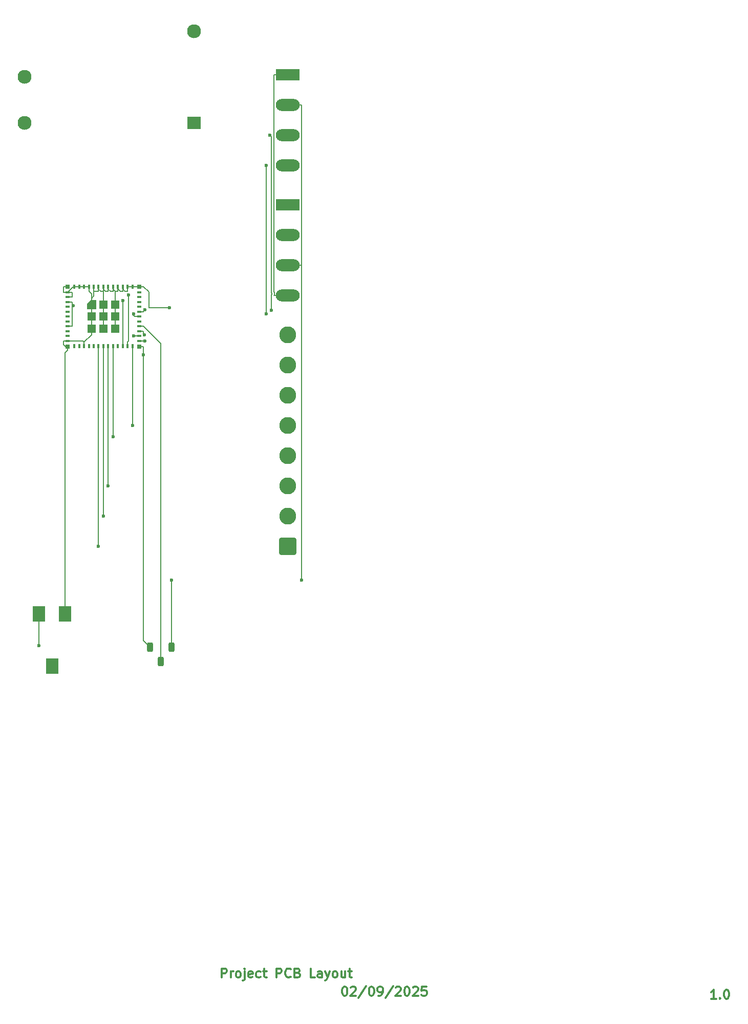
<source format=gbr>
%TF.GenerationSoftware,KiCad,Pcbnew,8.0.8*%
%TF.CreationDate,2025-02-08T14:15:15-05:00*%
%TF.ProjectId,Project_PCB_Subsystem,50726f6a-6563-4745-9f50-43425f537562,rev?*%
%TF.SameCoordinates,Original*%
%TF.FileFunction,Copper,L1,Top*%
%TF.FilePolarity,Positive*%
%FSLAX46Y46*%
G04 Gerber Fmt 4.6, Leading zero omitted, Abs format (unit mm)*
G04 Created by KiCad (PCBNEW 8.0.8) date 2025-02-08 14:15:15*
%MOMM*%
%LPD*%
G01*
G04 APERTURE LIST*
G04 Aperture macros list*
%AMRoundRect*
0 Rectangle with rounded corners*
0 $1 Rounding radius*
0 $2 $3 $4 $5 $6 $7 $8 $9 X,Y pos of 4 corners*
0 Add a 4 corners polygon primitive as box body*
4,1,4,$2,$3,$4,$5,$6,$7,$8,$9,$2,$3,0*
0 Add four circle primitives for the rounded corners*
1,1,$1+$1,$2,$3*
1,1,$1+$1,$4,$5*
1,1,$1+$1,$6,$7*
1,1,$1+$1,$8,$9*
0 Add four rect primitives between the rounded corners*
20,1,$1+$1,$2,$3,$4,$5,0*
20,1,$1+$1,$4,$5,$6,$7,0*
20,1,$1+$1,$6,$7,$8,$9,0*
20,1,$1+$1,$8,$9,$2,$3,0*%
%AMOutline5P*
0 Free polygon, 5 corners , with rotation*
0 The origin of the aperture is its center*
0 number of corners: always 5*
0 $1 to $10 corner X, Y*
0 $11 Rotation angle, in degrees counterclockwise*
0 create outline with 5 corners*
4,1,5,$1,$2,$3,$4,$5,$6,$7,$8,$9,$10,$1,$2,$11*%
%AMOutline6P*
0 Free polygon, 6 corners , with rotation*
0 The origin of the aperture is its center*
0 number of corners: always 6*
0 $1 to $12 corner X, Y*
0 $13 Rotation angle, in degrees counterclockwise*
0 create outline with 6 corners*
4,1,6,$1,$2,$3,$4,$5,$6,$7,$8,$9,$10,$11,$12,$1,$2,$13*%
%AMOutline7P*
0 Free polygon, 7 corners , with rotation*
0 The origin of the aperture is its center*
0 number of corners: always 7*
0 $1 to $14 corner X, Y*
0 $15 Rotation angle, in degrees counterclockwise*
0 create outline with 7 corners*
4,1,7,$1,$2,$3,$4,$5,$6,$7,$8,$9,$10,$11,$12,$13,$14,$1,$2,$15*%
%AMOutline8P*
0 Free polygon, 8 corners , with rotation*
0 The origin of the aperture is its center*
0 number of corners: always 8*
0 $1 to $16 corner X, Y*
0 $17 Rotation angle, in degrees counterclockwise*
0 create outline with 8 corners*
4,1,8,$1,$2,$3,$4,$5,$6,$7,$8,$9,$10,$11,$12,$13,$14,$15,$16,$1,$2,$17*%
G04 Aperture macros list end*
%ADD10C,0.300000*%
%TA.AperFunction,NonConductor*%
%ADD11C,0.300000*%
%TD*%
%TA.AperFunction,SMDPad,CuDef*%
%ADD12R,0.800000X0.400000*%
%TD*%
%TA.AperFunction,SMDPad,CuDef*%
%ADD13R,0.400000X0.800000*%
%TD*%
%TA.AperFunction,HeatsinkPad*%
%ADD14Outline5P,-0.725000X0.130500X-0.130500X0.725000X0.725000X0.725000X0.725000X-0.725000X-0.725000X-0.725000X0.000000*%
%TD*%
%TA.AperFunction,HeatsinkPad*%
%ADD15R,1.450000X1.450000*%
%TD*%
%TA.AperFunction,SMDPad,CuDef*%
%ADD16R,0.700000X0.700000*%
%TD*%
%TA.AperFunction,SMDPad,CuDef*%
%ADD17R,2.000000X2.500000*%
%TD*%
%TA.AperFunction,SMDPad,CuDef*%
%ADD18RoundRect,0.250000X0.250000X0.550000X-0.250000X0.550000X-0.250000X-0.550000X0.250000X-0.550000X0*%
%TD*%
%TA.AperFunction,ComponentPad*%
%ADD19RoundRect,0.250001X1.149999X-1.149999X1.149999X1.149999X-1.149999X1.149999X-1.149999X-1.149999X0*%
%TD*%
%TA.AperFunction,ComponentPad*%
%ADD20C,2.800000*%
%TD*%
%TA.AperFunction,ComponentPad*%
%ADD21R,3.960000X1.980000*%
%TD*%
%TA.AperFunction,ComponentPad*%
%ADD22O,3.960000X1.980000*%
%TD*%
%TA.AperFunction,ComponentPad*%
%ADD23R,2.300000X2.000000*%
%TD*%
%TA.AperFunction,ComponentPad*%
%ADD24C,2.300000*%
%TD*%
%TA.AperFunction,ViaPad*%
%ADD25C,0.600000*%
%TD*%
%TA.AperFunction,Conductor*%
%ADD26C,0.200000*%
%TD*%
G04 APERTURE END LIST*
D10*
D11*
X188054510Y-190300828D02*
X188054510Y-188800828D01*
X188054510Y-188800828D02*
X188625939Y-188800828D01*
X188625939Y-188800828D02*
X188768796Y-188872257D01*
X188768796Y-188872257D02*
X188840225Y-188943685D01*
X188840225Y-188943685D02*
X188911653Y-189086542D01*
X188911653Y-189086542D02*
X188911653Y-189300828D01*
X188911653Y-189300828D02*
X188840225Y-189443685D01*
X188840225Y-189443685D02*
X188768796Y-189515114D01*
X188768796Y-189515114D02*
X188625939Y-189586542D01*
X188625939Y-189586542D02*
X188054510Y-189586542D01*
X189554510Y-190300828D02*
X189554510Y-189300828D01*
X189554510Y-189586542D02*
X189625939Y-189443685D01*
X189625939Y-189443685D02*
X189697368Y-189372257D01*
X189697368Y-189372257D02*
X189840225Y-189300828D01*
X189840225Y-189300828D02*
X189983082Y-189300828D01*
X190697367Y-190300828D02*
X190554510Y-190229400D01*
X190554510Y-190229400D02*
X190483081Y-190157971D01*
X190483081Y-190157971D02*
X190411653Y-190015114D01*
X190411653Y-190015114D02*
X190411653Y-189586542D01*
X190411653Y-189586542D02*
X190483081Y-189443685D01*
X190483081Y-189443685D02*
X190554510Y-189372257D01*
X190554510Y-189372257D02*
X190697367Y-189300828D01*
X190697367Y-189300828D02*
X190911653Y-189300828D01*
X190911653Y-189300828D02*
X191054510Y-189372257D01*
X191054510Y-189372257D02*
X191125939Y-189443685D01*
X191125939Y-189443685D02*
X191197367Y-189586542D01*
X191197367Y-189586542D02*
X191197367Y-190015114D01*
X191197367Y-190015114D02*
X191125939Y-190157971D01*
X191125939Y-190157971D02*
X191054510Y-190229400D01*
X191054510Y-190229400D02*
X190911653Y-190300828D01*
X190911653Y-190300828D02*
X190697367Y-190300828D01*
X191840224Y-189300828D02*
X191840224Y-190586542D01*
X191840224Y-190586542D02*
X191768796Y-190729400D01*
X191768796Y-190729400D02*
X191625939Y-190800828D01*
X191625939Y-190800828D02*
X191554510Y-190800828D01*
X191840224Y-188800828D02*
X191768796Y-188872257D01*
X191768796Y-188872257D02*
X191840224Y-188943685D01*
X191840224Y-188943685D02*
X191911653Y-188872257D01*
X191911653Y-188872257D02*
X191840224Y-188800828D01*
X191840224Y-188800828D02*
X191840224Y-188943685D01*
X193125939Y-190229400D02*
X192983082Y-190300828D01*
X192983082Y-190300828D02*
X192697368Y-190300828D01*
X192697368Y-190300828D02*
X192554510Y-190229400D01*
X192554510Y-190229400D02*
X192483082Y-190086542D01*
X192483082Y-190086542D02*
X192483082Y-189515114D01*
X192483082Y-189515114D02*
X192554510Y-189372257D01*
X192554510Y-189372257D02*
X192697368Y-189300828D01*
X192697368Y-189300828D02*
X192983082Y-189300828D01*
X192983082Y-189300828D02*
X193125939Y-189372257D01*
X193125939Y-189372257D02*
X193197368Y-189515114D01*
X193197368Y-189515114D02*
X193197368Y-189657971D01*
X193197368Y-189657971D02*
X192483082Y-189800828D01*
X194483082Y-190229400D02*
X194340224Y-190300828D01*
X194340224Y-190300828D02*
X194054510Y-190300828D01*
X194054510Y-190300828D02*
X193911653Y-190229400D01*
X193911653Y-190229400D02*
X193840224Y-190157971D01*
X193840224Y-190157971D02*
X193768796Y-190015114D01*
X193768796Y-190015114D02*
X193768796Y-189586542D01*
X193768796Y-189586542D02*
X193840224Y-189443685D01*
X193840224Y-189443685D02*
X193911653Y-189372257D01*
X193911653Y-189372257D02*
X194054510Y-189300828D01*
X194054510Y-189300828D02*
X194340224Y-189300828D01*
X194340224Y-189300828D02*
X194483082Y-189372257D01*
X194911653Y-189300828D02*
X195483081Y-189300828D01*
X195125938Y-188800828D02*
X195125938Y-190086542D01*
X195125938Y-190086542D02*
X195197367Y-190229400D01*
X195197367Y-190229400D02*
X195340224Y-190300828D01*
X195340224Y-190300828D02*
X195483081Y-190300828D01*
X197125938Y-190300828D02*
X197125938Y-188800828D01*
X197125938Y-188800828D02*
X197697367Y-188800828D01*
X197697367Y-188800828D02*
X197840224Y-188872257D01*
X197840224Y-188872257D02*
X197911653Y-188943685D01*
X197911653Y-188943685D02*
X197983081Y-189086542D01*
X197983081Y-189086542D02*
X197983081Y-189300828D01*
X197983081Y-189300828D02*
X197911653Y-189443685D01*
X197911653Y-189443685D02*
X197840224Y-189515114D01*
X197840224Y-189515114D02*
X197697367Y-189586542D01*
X197697367Y-189586542D02*
X197125938Y-189586542D01*
X199483081Y-190157971D02*
X199411653Y-190229400D01*
X199411653Y-190229400D02*
X199197367Y-190300828D01*
X199197367Y-190300828D02*
X199054510Y-190300828D01*
X199054510Y-190300828D02*
X198840224Y-190229400D01*
X198840224Y-190229400D02*
X198697367Y-190086542D01*
X198697367Y-190086542D02*
X198625938Y-189943685D01*
X198625938Y-189943685D02*
X198554510Y-189657971D01*
X198554510Y-189657971D02*
X198554510Y-189443685D01*
X198554510Y-189443685D02*
X198625938Y-189157971D01*
X198625938Y-189157971D02*
X198697367Y-189015114D01*
X198697367Y-189015114D02*
X198840224Y-188872257D01*
X198840224Y-188872257D02*
X199054510Y-188800828D01*
X199054510Y-188800828D02*
X199197367Y-188800828D01*
X199197367Y-188800828D02*
X199411653Y-188872257D01*
X199411653Y-188872257D02*
X199483081Y-188943685D01*
X200625938Y-189515114D02*
X200840224Y-189586542D01*
X200840224Y-189586542D02*
X200911653Y-189657971D01*
X200911653Y-189657971D02*
X200983081Y-189800828D01*
X200983081Y-189800828D02*
X200983081Y-190015114D01*
X200983081Y-190015114D02*
X200911653Y-190157971D01*
X200911653Y-190157971D02*
X200840224Y-190229400D01*
X200840224Y-190229400D02*
X200697367Y-190300828D01*
X200697367Y-190300828D02*
X200125938Y-190300828D01*
X200125938Y-190300828D02*
X200125938Y-188800828D01*
X200125938Y-188800828D02*
X200625938Y-188800828D01*
X200625938Y-188800828D02*
X200768796Y-188872257D01*
X200768796Y-188872257D02*
X200840224Y-188943685D01*
X200840224Y-188943685D02*
X200911653Y-189086542D01*
X200911653Y-189086542D02*
X200911653Y-189229400D01*
X200911653Y-189229400D02*
X200840224Y-189372257D01*
X200840224Y-189372257D02*
X200768796Y-189443685D01*
X200768796Y-189443685D02*
X200625938Y-189515114D01*
X200625938Y-189515114D02*
X200125938Y-189515114D01*
X203483081Y-190300828D02*
X202768795Y-190300828D01*
X202768795Y-190300828D02*
X202768795Y-188800828D01*
X204625939Y-190300828D02*
X204625939Y-189515114D01*
X204625939Y-189515114D02*
X204554510Y-189372257D01*
X204554510Y-189372257D02*
X204411653Y-189300828D01*
X204411653Y-189300828D02*
X204125939Y-189300828D01*
X204125939Y-189300828D02*
X203983081Y-189372257D01*
X204625939Y-190229400D02*
X204483081Y-190300828D01*
X204483081Y-190300828D02*
X204125939Y-190300828D01*
X204125939Y-190300828D02*
X203983081Y-190229400D01*
X203983081Y-190229400D02*
X203911653Y-190086542D01*
X203911653Y-190086542D02*
X203911653Y-189943685D01*
X203911653Y-189943685D02*
X203983081Y-189800828D01*
X203983081Y-189800828D02*
X204125939Y-189729400D01*
X204125939Y-189729400D02*
X204483081Y-189729400D01*
X204483081Y-189729400D02*
X204625939Y-189657971D01*
X205197367Y-189300828D02*
X205554510Y-190300828D01*
X205911653Y-189300828D02*
X205554510Y-190300828D01*
X205554510Y-190300828D02*
X205411653Y-190657971D01*
X205411653Y-190657971D02*
X205340224Y-190729400D01*
X205340224Y-190729400D02*
X205197367Y-190800828D01*
X206697367Y-190300828D02*
X206554510Y-190229400D01*
X206554510Y-190229400D02*
X206483081Y-190157971D01*
X206483081Y-190157971D02*
X206411653Y-190015114D01*
X206411653Y-190015114D02*
X206411653Y-189586542D01*
X206411653Y-189586542D02*
X206483081Y-189443685D01*
X206483081Y-189443685D02*
X206554510Y-189372257D01*
X206554510Y-189372257D02*
X206697367Y-189300828D01*
X206697367Y-189300828D02*
X206911653Y-189300828D01*
X206911653Y-189300828D02*
X207054510Y-189372257D01*
X207054510Y-189372257D02*
X207125939Y-189443685D01*
X207125939Y-189443685D02*
X207197367Y-189586542D01*
X207197367Y-189586542D02*
X207197367Y-190015114D01*
X207197367Y-190015114D02*
X207125939Y-190157971D01*
X207125939Y-190157971D02*
X207054510Y-190229400D01*
X207054510Y-190229400D02*
X206911653Y-190300828D01*
X206911653Y-190300828D02*
X206697367Y-190300828D01*
X208483082Y-189300828D02*
X208483082Y-190300828D01*
X207840224Y-189300828D02*
X207840224Y-190086542D01*
X207840224Y-190086542D02*
X207911653Y-190229400D01*
X207911653Y-190229400D02*
X208054510Y-190300828D01*
X208054510Y-190300828D02*
X208268796Y-190300828D01*
X208268796Y-190300828D02*
X208411653Y-190229400D01*
X208411653Y-190229400D02*
X208483082Y-190157971D01*
X208983082Y-189300828D02*
X209554510Y-189300828D01*
X209197367Y-188800828D02*
X209197367Y-190086542D01*
X209197367Y-190086542D02*
X209268796Y-190229400D01*
X209268796Y-190229400D02*
X209411653Y-190300828D01*
X209411653Y-190300828D02*
X209554510Y-190300828D01*
D10*
D11*
X269840225Y-193800828D02*
X268983082Y-193800828D01*
X269411653Y-193800828D02*
X269411653Y-192300828D01*
X269411653Y-192300828D02*
X269268796Y-192515114D01*
X269268796Y-192515114D02*
X269125939Y-192657971D01*
X269125939Y-192657971D02*
X268983082Y-192729400D01*
X270483081Y-193657971D02*
X270554510Y-193729400D01*
X270554510Y-193729400D02*
X270483081Y-193800828D01*
X270483081Y-193800828D02*
X270411653Y-193729400D01*
X270411653Y-193729400D02*
X270483081Y-193657971D01*
X270483081Y-193657971D02*
X270483081Y-193800828D01*
X271483082Y-192300828D02*
X271625939Y-192300828D01*
X271625939Y-192300828D02*
X271768796Y-192372257D01*
X271768796Y-192372257D02*
X271840225Y-192443685D01*
X271840225Y-192443685D02*
X271911653Y-192586542D01*
X271911653Y-192586542D02*
X271983082Y-192872257D01*
X271983082Y-192872257D02*
X271983082Y-193229400D01*
X271983082Y-193229400D02*
X271911653Y-193515114D01*
X271911653Y-193515114D02*
X271840225Y-193657971D01*
X271840225Y-193657971D02*
X271768796Y-193729400D01*
X271768796Y-193729400D02*
X271625939Y-193800828D01*
X271625939Y-193800828D02*
X271483082Y-193800828D01*
X271483082Y-193800828D02*
X271340225Y-193729400D01*
X271340225Y-193729400D02*
X271268796Y-193657971D01*
X271268796Y-193657971D02*
X271197367Y-193515114D01*
X271197367Y-193515114D02*
X271125939Y-193229400D01*
X271125939Y-193229400D02*
X271125939Y-192872257D01*
X271125939Y-192872257D02*
X271197367Y-192586542D01*
X271197367Y-192586542D02*
X271268796Y-192443685D01*
X271268796Y-192443685D02*
X271340225Y-192372257D01*
X271340225Y-192372257D02*
X271483082Y-192300828D01*
D10*
D11*
X208340225Y-191800828D02*
X208483082Y-191800828D01*
X208483082Y-191800828D02*
X208625939Y-191872257D01*
X208625939Y-191872257D02*
X208697368Y-191943685D01*
X208697368Y-191943685D02*
X208768796Y-192086542D01*
X208768796Y-192086542D02*
X208840225Y-192372257D01*
X208840225Y-192372257D02*
X208840225Y-192729400D01*
X208840225Y-192729400D02*
X208768796Y-193015114D01*
X208768796Y-193015114D02*
X208697368Y-193157971D01*
X208697368Y-193157971D02*
X208625939Y-193229400D01*
X208625939Y-193229400D02*
X208483082Y-193300828D01*
X208483082Y-193300828D02*
X208340225Y-193300828D01*
X208340225Y-193300828D02*
X208197368Y-193229400D01*
X208197368Y-193229400D02*
X208125939Y-193157971D01*
X208125939Y-193157971D02*
X208054510Y-193015114D01*
X208054510Y-193015114D02*
X207983082Y-192729400D01*
X207983082Y-192729400D02*
X207983082Y-192372257D01*
X207983082Y-192372257D02*
X208054510Y-192086542D01*
X208054510Y-192086542D02*
X208125939Y-191943685D01*
X208125939Y-191943685D02*
X208197368Y-191872257D01*
X208197368Y-191872257D02*
X208340225Y-191800828D01*
X209411653Y-191943685D02*
X209483081Y-191872257D01*
X209483081Y-191872257D02*
X209625939Y-191800828D01*
X209625939Y-191800828D02*
X209983081Y-191800828D01*
X209983081Y-191800828D02*
X210125939Y-191872257D01*
X210125939Y-191872257D02*
X210197367Y-191943685D01*
X210197367Y-191943685D02*
X210268796Y-192086542D01*
X210268796Y-192086542D02*
X210268796Y-192229400D01*
X210268796Y-192229400D02*
X210197367Y-192443685D01*
X210197367Y-192443685D02*
X209340224Y-193300828D01*
X209340224Y-193300828D02*
X210268796Y-193300828D01*
X211983081Y-191729400D02*
X210697367Y-193657971D01*
X212768796Y-191800828D02*
X212911653Y-191800828D01*
X212911653Y-191800828D02*
X213054510Y-191872257D01*
X213054510Y-191872257D02*
X213125939Y-191943685D01*
X213125939Y-191943685D02*
X213197367Y-192086542D01*
X213197367Y-192086542D02*
X213268796Y-192372257D01*
X213268796Y-192372257D02*
X213268796Y-192729400D01*
X213268796Y-192729400D02*
X213197367Y-193015114D01*
X213197367Y-193015114D02*
X213125939Y-193157971D01*
X213125939Y-193157971D02*
X213054510Y-193229400D01*
X213054510Y-193229400D02*
X212911653Y-193300828D01*
X212911653Y-193300828D02*
X212768796Y-193300828D01*
X212768796Y-193300828D02*
X212625939Y-193229400D01*
X212625939Y-193229400D02*
X212554510Y-193157971D01*
X212554510Y-193157971D02*
X212483081Y-193015114D01*
X212483081Y-193015114D02*
X212411653Y-192729400D01*
X212411653Y-192729400D02*
X212411653Y-192372257D01*
X212411653Y-192372257D02*
X212483081Y-192086542D01*
X212483081Y-192086542D02*
X212554510Y-191943685D01*
X212554510Y-191943685D02*
X212625939Y-191872257D01*
X212625939Y-191872257D02*
X212768796Y-191800828D01*
X213983081Y-193300828D02*
X214268795Y-193300828D01*
X214268795Y-193300828D02*
X214411652Y-193229400D01*
X214411652Y-193229400D02*
X214483081Y-193157971D01*
X214483081Y-193157971D02*
X214625938Y-192943685D01*
X214625938Y-192943685D02*
X214697367Y-192657971D01*
X214697367Y-192657971D02*
X214697367Y-192086542D01*
X214697367Y-192086542D02*
X214625938Y-191943685D01*
X214625938Y-191943685D02*
X214554510Y-191872257D01*
X214554510Y-191872257D02*
X214411652Y-191800828D01*
X214411652Y-191800828D02*
X214125938Y-191800828D01*
X214125938Y-191800828D02*
X213983081Y-191872257D01*
X213983081Y-191872257D02*
X213911652Y-191943685D01*
X213911652Y-191943685D02*
X213840224Y-192086542D01*
X213840224Y-192086542D02*
X213840224Y-192443685D01*
X213840224Y-192443685D02*
X213911652Y-192586542D01*
X213911652Y-192586542D02*
X213983081Y-192657971D01*
X213983081Y-192657971D02*
X214125938Y-192729400D01*
X214125938Y-192729400D02*
X214411652Y-192729400D01*
X214411652Y-192729400D02*
X214554510Y-192657971D01*
X214554510Y-192657971D02*
X214625938Y-192586542D01*
X214625938Y-192586542D02*
X214697367Y-192443685D01*
X216411652Y-191729400D02*
X215125938Y-193657971D01*
X216840224Y-191943685D02*
X216911652Y-191872257D01*
X216911652Y-191872257D02*
X217054510Y-191800828D01*
X217054510Y-191800828D02*
X217411652Y-191800828D01*
X217411652Y-191800828D02*
X217554510Y-191872257D01*
X217554510Y-191872257D02*
X217625938Y-191943685D01*
X217625938Y-191943685D02*
X217697367Y-192086542D01*
X217697367Y-192086542D02*
X217697367Y-192229400D01*
X217697367Y-192229400D02*
X217625938Y-192443685D01*
X217625938Y-192443685D02*
X216768795Y-193300828D01*
X216768795Y-193300828D02*
X217697367Y-193300828D01*
X218625938Y-191800828D02*
X218768795Y-191800828D01*
X218768795Y-191800828D02*
X218911652Y-191872257D01*
X218911652Y-191872257D02*
X218983081Y-191943685D01*
X218983081Y-191943685D02*
X219054509Y-192086542D01*
X219054509Y-192086542D02*
X219125938Y-192372257D01*
X219125938Y-192372257D02*
X219125938Y-192729400D01*
X219125938Y-192729400D02*
X219054509Y-193015114D01*
X219054509Y-193015114D02*
X218983081Y-193157971D01*
X218983081Y-193157971D02*
X218911652Y-193229400D01*
X218911652Y-193229400D02*
X218768795Y-193300828D01*
X218768795Y-193300828D02*
X218625938Y-193300828D01*
X218625938Y-193300828D02*
X218483081Y-193229400D01*
X218483081Y-193229400D02*
X218411652Y-193157971D01*
X218411652Y-193157971D02*
X218340223Y-193015114D01*
X218340223Y-193015114D02*
X218268795Y-192729400D01*
X218268795Y-192729400D02*
X218268795Y-192372257D01*
X218268795Y-192372257D02*
X218340223Y-192086542D01*
X218340223Y-192086542D02*
X218411652Y-191943685D01*
X218411652Y-191943685D02*
X218483081Y-191872257D01*
X218483081Y-191872257D02*
X218625938Y-191800828D01*
X219697366Y-191943685D02*
X219768794Y-191872257D01*
X219768794Y-191872257D02*
X219911652Y-191800828D01*
X219911652Y-191800828D02*
X220268794Y-191800828D01*
X220268794Y-191800828D02*
X220411652Y-191872257D01*
X220411652Y-191872257D02*
X220483080Y-191943685D01*
X220483080Y-191943685D02*
X220554509Y-192086542D01*
X220554509Y-192086542D02*
X220554509Y-192229400D01*
X220554509Y-192229400D02*
X220483080Y-192443685D01*
X220483080Y-192443685D02*
X219625937Y-193300828D01*
X219625937Y-193300828D02*
X220554509Y-193300828D01*
X221911651Y-191800828D02*
X221197365Y-191800828D01*
X221197365Y-191800828D02*
X221125937Y-192515114D01*
X221125937Y-192515114D02*
X221197365Y-192443685D01*
X221197365Y-192443685D02*
X221340223Y-192372257D01*
X221340223Y-192372257D02*
X221697365Y-192372257D01*
X221697365Y-192372257D02*
X221840223Y-192443685D01*
X221840223Y-192443685D02*
X221911651Y-192515114D01*
X221911651Y-192515114D02*
X221983080Y-192657971D01*
X221983080Y-192657971D02*
X221983080Y-193015114D01*
X221983080Y-193015114D02*
X221911651Y-193157971D01*
X221911651Y-193157971D02*
X221840223Y-193229400D01*
X221840223Y-193229400D02*
X221697365Y-193300828D01*
X221697365Y-193300828D02*
X221340223Y-193300828D01*
X221340223Y-193300828D02*
X221197365Y-193229400D01*
X221197365Y-193229400D02*
X221125937Y-193157971D01*
D12*
%TO.P,U1,1,GND*%
%TO.N,GND*%
X162600000Y-77000000D03*
%TO.P,U1,2,GND*%
X162600000Y-77800000D03*
%TO.P,U1,3,3V3*%
%TO.N,VCC*%
X162600000Y-78600000D03*
%TO.P,U1,4,NC*%
%TO.N,unconnected-(U1-NC-Pad4)*%
X162600000Y-79400000D03*
%TO.P,U1,5,IO2*%
%TO.N,unconnected-(U1-IO2-Pad5)*%
X162600000Y-80200000D03*
%TO.P,U1,6,IO3*%
%TO.N,unconnected-(U1-IO3-Pad6)*%
X162600000Y-81000000D03*
%TO.P,U1,7,NC*%
%TO.N,unconnected-(U1-NC-Pad7)*%
X162600000Y-81800000D03*
%TO.P,U1,8,EN*%
%TO.N,VCC*%
X162600000Y-82600000D03*
%TO.P,U1,9,IO4*%
%TO.N,unconnected-(U1-IO4-Pad9)*%
X162600000Y-83400000D03*
%TO.P,U1,10,IO5*%
%TO.N,unconnected-(U1-IO5-Pad10)*%
X162600000Y-84200000D03*
%TO.P,U1,11,GND*%
%TO.N,GND*%
X162600000Y-85000000D03*
D13*
%TO.P,U1,12,IO0*%
%TO.N,Net-(MS1-PWM)*%
X163700000Y-85900000D03*
%TO.P,U1,13,IO1*%
%TO.N,Net-(MS2-PWM)*%
X164500000Y-85900000D03*
%TO.P,U1,14,GND*%
%TO.N,GND*%
X165300000Y-85900000D03*
%TO.P,U1,15,IO6*%
%TO.N,unconnected-(U1-IO6-Pad15)*%
X166100000Y-85900000D03*
%TO.P,U1,16,IO7*%
%TO.N,unconnected-(U1-IO7-Pad16)*%
X166900000Y-85900000D03*
%TO.P,U1,17,IO12*%
%TO.N,Net-(KS1-Pin_1)*%
X167700000Y-85900000D03*
%TO.P,U1,18,IO13*%
%TO.N,Net-(KS1-Pin_2)*%
X168500000Y-85900000D03*
%TO.P,U1,19,IO14*%
%TO.N,Net-(KS1-Pin_3)*%
X169300000Y-85900000D03*
%TO.P,U1,20,IO15*%
%TO.N,Net-(KS1-Pin_4)*%
X170100000Y-85900000D03*
%TO.P,U1,21,NC*%
%TO.N,unconnected-(U1-NC-Pad21)*%
X170900000Y-85900000D03*
%TO.P,U1,22,IO8*%
%TO.N,Net-(U1-IO8)*%
X171700000Y-85900000D03*
%TO.P,U1,23,IO9*%
%TO.N,Net-(U1-IO9)*%
X172500000Y-85900000D03*
%TO.P,U1,24,IO18*%
%TO.N,Net-(KS1-Pin_5)*%
X173300000Y-85900000D03*
D12*
%TO.P,U1,25,IO19*%
%TO.N,Net-(KS1-Pin_6)*%
X174400000Y-85000000D03*
%TO.P,U1,26,IO20*%
%TO.N,Net-(KS1-Pin_7)*%
X174400000Y-84200000D03*
%TO.P,U1,27,IO21*%
%TO.N,Net-(KS1-Pin_8)*%
X174400000Y-83400000D03*
%TO.P,U1,28,IO22*%
%TO.N,Net-(B1-B)*%
X174400000Y-82600000D03*
%TO.P,U1,29,IO23*%
%TO.N,unconnected-(U1-IO23-Pad29)*%
X174400000Y-81800000D03*
%TO.P,U1,30,RXD0*%
%TO.N,Net-(LS1-Pin_4)*%
X174400000Y-81000000D03*
%TO.P,U1,31,TXD0*%
%TO.N,Net-(LS1-Pin_3)*%
X174400000Y-80200000D03*
%TO.P,U1,32,NC*%
%TO.N,unconnected-(U1-NC-Pad32)*%
X174400000Y-79400000D03*
%TO.P,U1,33,NC*%
%TO.N,unconnected-(U1-NC-Pad33)*%
X174400000Y-78600000D03*
%TO.P,U1,34,NC*%
%TO.N,unconnected-(U1-NC-Pad34)*%
X174400000Y-77800000D03*
%TO.P,U1,35,NC*%
%TO.N,unconnected-(U1-NC-Pad35)*%
X174400000Y-77000000D03*
D13*
%TO.P,U1,36,GND*%
%TO.N,GND*%
X173300000Y-76100000D03*
%TO.P,U1,37,GND*%
X172500000Y-76100000D03*
%TO.P,U1,38,GND*%
X171700000Y-76100000D03*
%TO.P,U1,39,GND*%
X170900000Y-76100000D03*
%TO.P,U1,40,GND*%
X170100000Y-76100000D03*
%TO.P,U1,41,GND*%
X169300000Y-76100000D03*
%TO.P,U1,42,GND*%
X168500000Y-76100000D03*
%TO.P,U1,43,GND*%
X167700000Y-76100000D03*
%TO.P,U1,44,GND*%
X166900000Y-76100000D03*
%TO.P,U1,45,GND*%
X166100000Y-76100000D03*
%TO.P,U1,46,GND*%
X165300000Y-76100000D03*
%TO.P,U1,47,GND*%
X164500000Y-76100000D03*
%TO.P,U1,48,GND*%
X163700000Y-76100000D03*
D14*
%TO.P,U1,49,GND*%
X166525000Y-79025000D03*
D15*
X166525000Y-81000000D03*
X166525000Y-82975000D03*
X168500000Y-79025000D03*
X168500000Y-81000000D03*
X168500000Y-82975000D03*
X170475000Y-79025000D03*
X170475000Y-81000000D03*
X170475000Y-82975000D03*
D16*
%TO.P,U1,50,GND*%
X174450000Y-76050000D03*
%TO.P,U1,51,GND*%
X174450000Y-85950000D03*
%TO.P,U1,52,GND*%
X162550000Y-85950000D03*
%TO.P,U1,53,GND*%
X162550000Y-76050000D03*
%TD*%
D17*
%TO.P,RV1,1,1*%
%TO.N,Net-(RV1-Pad1)*%
X157850000Y-130175000D03*
%TO.P,RV1,2,2*%
%TO.N,unconnected-(RV1-Pad2)*%
X160000000Y-138825000D03*
%TO.P,RV1,3,3*%
%TO.N,GND*%
X162150000Y-130175000D03*
%TD*%
D18*
%TO.P,B1,1,C*%
%TO.N,VCC*%
X179750000Y-135700000D03*
%TO.P,B1,2,B*%
%TO.N,Net-(B1-B)*%
X178000000Y-138000000D03*
%TO.P,B1,3,A*%
%TO.N,GND*%
X176250000Y-135700000D03*
%TD*%
D19*
%TO.P,KS1,1,Pin_1*%
%TO.N,Net-(KS1-Pin_1)*%
X199000000Y-119000000D03*
D20*
%TO.P,KS1,2,Pin_2*%
%TO.N,Net-(KS1-Pin_2)*%
X199000000Y-114000000D03*
%TO.P,KS1,3,Pin_3*%
%TO.N,Net-(KS1-Pin_3)*%
X199000000Y-109000000D03*
%TO.P,KS1,4,Pin_4*%
%TO.N,Net-(KS1-Pin_4)*%
X199000000Y-104000000D03*
%TO.P,KS1,5,Pin_5*%
%TO.N,Net-(KS1-Pin_5)*%
X199000000Y-99000000D03*
%TO.P,KS1,6,Pin_6*%
%TO.N,Net-(KS1-Pin_6)*%
X199000000Y-94000000D03*
%TO.P,KS1,7,Pin_7*%
%TO.N,Net-(KS1-Pin_7)*%
X199000000Y-89000000D03*
%TO.P,KS1,8,Pin_8*%
%TO.N,Net-(KS1-Pin_8)*%
X199000000Y-84000000D03*
%TD*%
D21*
%TO.P,LS1,1,Pin_1*%
%TO.N,GND*%
X199000000Y-41000000D03*
D22*
%TO.P,LS1,2,Pin_2*%
%TO.N,VCC*%
X199000000Y-46000000D03*
%TO.P,LS1,3,Pin_3*%
%TO.N,Net-(LS1-Pin_3)*%
X199000000Y-51000000D03*
%TO.P,LS1,4,Pin_4*%
%TO.N,Net-(LS1-Pin_4)*%
X199000000Y-56000000D03*
%TD*%
D23*
%TO.P,PS1,1,AC/N*%
%TO.N,GND*%
X183500000Y-48982500D03*
D24*
%TO.P,PS1,2,AC/L*%
%TO.N,AC*%
X183500000Y-33782500D03*
%TO.P,PS1,3,-Vo*%
%TO.N,GND*%
X155500000Y-48982500D03*
%TO.P,PS1,4,+Vo*%
%TO.N,VCC*%
X155500000Y-41382500D03*
%TD*%
D21*
%TO.P,US1,1,Pin_1*%
%TO.N,Net-(U1-IO9)*%
X199000000Y-62500000D03*
D22*
%TO.P,US1,2,Pin_2*%
%TO.N,Net-(U1-IO8)*%
X199000000Y-67500000D03*
%TO.P,US1,3,Pin_3*%
%TO.N,VCC*%
X199000000Y-72500000D03*
%TO.P,US1,4,Pin_4*%
%TO.N,GND*%
X199000000Y-77500000D03*
%TD*%
D25*
%TO.N,GND*%
X175101700Y-87302600D03*
X179407900Y-79540500D03*
%TO.N,VCC*%
X201281700Y-124600000D03*
X179750000Y-124600000D03*
X163512700Y-79182200D03*
%TO.N,Net-(KS1-Pin_1)*%
X167700000Y-119000000D03*
%TO.N,Net-(KS1-Pin_8)*%
X175306200Y-84000000D03*
%TO.N,Net-(KS1-Pin_3)*%
X169300000Y-109000000D03*
%TO.N,Net-(KS1-Pin_4)*%
X170100000Y-100860600D03*
%TO.N,Net-(KS1-Pin_5)*%
X173300000Y-99000000D03*
%TO.N,Net-(KS1-Pin_6)*%
X175339100Y-85066400D03*
%TO.N,Net-(KS1-Pin_2)*%
X168500000Y-114000000D03*
%TO.N,Net-(KS1-Pin_7)*%
X173495400Y-84220600D03*
%TO.N,Net-(LS1-Pin_4)*%
X195437300Y-80543900D03*
X195437300Y-56000000D03*
X173484300Y-80543900D03*
%TO.N,Net-(LS1-Pin_3)*%
X196038700Y-51000000D03*
X196316600Y-79942200D03*
X175327100Y-79898100D03*
%TO.N,Net-(RV1-Pad1)*%
X157850000Y-135400000D03*
%TO.N,Net-(U1-IO9)*%
X172650000Y-77429800D03*
%TO.N,Net-(U1-IO8)*%
X171741100Y-78378800D03*
%TD*%
D26*
%TO.N,GND*%
X166100000Y-76801700D02*
X166525000Y-77226700D01*
X167700000Y-76450800D02*
X167700000Y-76801700D01*
X170475000Y-76825800D02*
X170475000Y-79025000D01*
X161898300Y-85624100D02*
X161898300Y-85000000D01*
X166525000Y-82975000D02*
X166525000Y-81000000D01*
X163700000Y-76100000D02*
X163500000Y-76100000D01*
X170900000Y-76400000D02*
X171301700Y-76801700D01*
X165300000Y-85900000D02*
X165300000Y-85198300D01*
X196751900Y-76965600D02*
X196666600Y-76880300D01*
X196666600Y-76880300D02*
X196666600Y-41051700D01*
X168050900Y-76801700D02*
X168500000Y-76801700D01*
X171700000Y-76400000D02*
X171700000Y-76801700D01*
X166525000Y-77226700D02*
X166525000Y-77998300D01*
X169300000Y-76450800D02*
X169650900Y-76801700D01*
X162550000Y-86275800D02*
X162550000Y-86601700D01*
X162600000Y-77000000D02*
X161898300Y-77000000D01*
X161898300Y-76050000D02*
X161898300Y-77000000D01*
X169300000Y-76100000D02*
X169300000Y-76450800D01*
X162550000Y-76050000D02*
X161898300Y-76050000D01*
X165300000Y-76100000D02*
X166100000Y-76100000D01*
X162249200Y-85000000D02*
X162600000Y-85000000D01*
X196718300Y-77499900D02*
X196751900Y-77466300D01*
X172500000Y-76100000D02*
X172500000Y-76801700D01*
X173350000Y-76050000D02*
X173300000Y-76100000D01*
X162600000Y-77800000D02*
X163301700Y-77800000D01*
X167700000Y-76450800D02*
X168050900Y-76801700D01*
X196718300Y-77500000D02*
X196718300Y-77499900D01*
X174450000Y-76050000D02*
X173350000Y-76050000D01*
X174450000Y-76050000D02*
X175101700Y-76050000D01*
X162249200Y-85000000D02*
X161898300Y-85000000D01*
X166900000Y-76801700D02*
X166900000Y-76100000D01*
X175101700Y-76050000D02*
X176003900Y-76952200D01*
X171700000Y-76100000D02*
X171700000Y-76400000D01*
X168500000Y-82975000D02*
X168500000Y-81000000D01*
X175101700Y-85950000D02*
X175101700Y-87302600D01*
X164500000Y-76100000D02*
X165300000Y-76100000D01*
X172101700Y-76801700D02*
X172500000Y-76801700D01*
X170875900Y-76825800D02*
X170900000Y-76801700D01*
X168500000Y-76100000D02*
X168500000Y-76450800D01*
X174450000Y-85950000D02*
X175101700Y-85950000D01*
X165101700Y-85000000D02*
X165300000Y-85198300D01*
X171700000Y-76400000D02*
X172101700Y-76801700D01*
X164500000Y-76100000D02*
X163700000Y-76100000D01*
X162550000Y-85950000D02*
X162550000Y-86275800D01*
X166525000Y-82975000D02*
X166525000Y-84001700D01*
X170100000Y-76450800D02*
X170475000Y-76825800D01*
X170900000Y-76100000D02*
X170900000Y-76400000D01*
X176003900Y-76952200D02*
X176003900Y-79540500D01*
X196666600Y-41051700D02*
X196718300Y-41000000D01*
X162600000Y-85000000D02*
X165101700Y-85000000D01*
X166525000Y-77998300D02*
X166900000Y-77623300D01*
X176003900Y-79540500D02*
X179407900Y-79540500D01*
X162150000Y-87001700D02*
X162550000Y-86601700D01*
X165300000Y-85198300D02*
X165328400Y-85198300D01*
X168850900Y-76801700D02*
X169300000Y-76801700D01*
X170900000Y-76400000D02*
X170900000Y-76801700D01*
X175101700Y-134551700D02*
X176250000Y-135700000D01*
X165328400Y-85198300D02*
X166525000Y-84001700D01*
X167700000Y-76100000D02*
X167700000Y-76450800D01*
X170475000Y-76825800D02*
X170875900Y-76825800D01*
X169650900Y-76801700D02*
X170100000Y-76801700D01*
X199000000Y-41000000D02*
X196718300Y-41000000D01*
X163500000Y-76100000D02*
X162600000Y-77000000D01*
X162600000Y-77000000D02*
X163301700Y-77000000D01*
X175101700Y-87302600D02*
X175101700Y-134551700D01*
X170100000Y-76100000D02*
X170100000Y-76450800D01*
X170100000Y-76450800D02*
X170100000Y-76801700D01*
X162150000Y-130175000D02*
X162150000Y-87001700D01*
X168500000Y-76450800D02*
X168500000Y-76801700D01*
X163301700Y-77800000D02*
X163301700Y-77000000D01*
X170475000Y-81000000D02*
X170475000Y-79025000D01*
X166900000Y-77623300D02*
X166900000Y-76801700D01*
X162550000Y-86275800D02*
X161898300Y-85624100D01*
X168500000Y-81000000D02*
X168500000Y-79025000D01*
X169300000Y-76450800D02*
X169300000Y-76801700D01*
X166525000Y-79025000D02*
X166525000Y-77998300D01*
X171301700Y-76801700D02*
X171700000Y-76801700D01*
X199000000Y-77500000D02*
X196718300Y-77500000D01*
X166525000Y-81000000D02*
X166525000Y-79025000D01*
X166900000Y-76801700D02*
X167700000Y-76801700D01*
X166100000Y-76100000D02*
X166100000Y-76801700D01*
X168500000Y-76450800D02*
X168850900Y-76801700D01*
X168500000Y-79025000D02*
X168500000Y-76801700D01*
X170475000Y-82975000D02*
X170475000Y-81000000D01*
X172500000Y-76100000D02*
X173300000Y-76100000D01*
X196751900Y-77466300D02*
X196751900Y-76965600D01*
%TO.N,VCC*%
X162600000Y-78600000D02*
X163301700Y-78600000D01*
X162600000Y-82600000D02*
X163301700Y-82600000D01*
X163301700Y-79182200D02*
X163512700Y-79182200D01*
X199000000Y-72500000D02*
X201281700Y-72500000D01*
X163301700Y-78600000D02*
X163301700Y-79182200D01*
X201281700Y-46000000D02*
X201281700Y-72500000D01*
X179750000Y-135700000D02*
X179750000Y-124600000D01*
X163301700Y-79182200D02*
X163301700Y-82600000D01*
X199000000Y-46000000D02*
X201281700Y-46000000D01*
X201281700Y-72500000D02*
X201281700Y-124600000D01*
%TO.N,Net-(B1-B)*%
X178000000Y-85498300D02*
X175101700Y-82600000D01*
X178000000Y-138000000D02*
X178000000Y-85498300D01*
X174400000Y-82600000D02*
X175101700Y-82600000D01*
%TO.N,Net-(KS1-Pin_1)*%
X167700000Y-85900000D02*
X167700000Y-119000000D01*
%TO.N,Net-(KS1-Pin_8)*%
X175101700Y-83400000D02*
X175101700Y-83795500D01*
X175101700Y-83795500D02*
X175306200Y-84000000D01*
X174400000Y-83400000D02*
X175101700Y-83400000D01*
%TO.N,Net-(KS1-Pin_3)*%
X169300000Y-85900000D02*
X169300000Y-109000000D01*
%TO.N,Net-(KS1-Pin_4)*%
X170100000Y-85900000D02*
X170100000Y-100860600D01*
%TO.N,Net-(KS1-Pin_5)*%
X173300000Y-85900000D02*
X173300000Y-99000000D01*
%TO.N,Net-(KS1-Pin_6)*%
X175168100Y-85066400D02*
X175339100Y-85066400D01*
X175101700Y-85000000D02*
X175168100Y-85066400D01*
X174400000Y-85000000D02*
X175101700Y-85000000D01*
%TO.N,Net-(KS1-Pin_2)*%
X168500000Y-85900000D02*
X168500000Y-114000000D01*
%TO.N,Net-(KS1-Pin_7)*%
X174400000Y-84200000D02*
X173516000Y-84200000D01*
X173516000Y-84200000D02*
X173495400Y-84220600D01*
%TO.N,Net-(LS1-Pin_4)*%
X173698300Y-81000000D02*
X173484300Y-80786000D01*
X174400000Y-81000000D02*
X173698300Y-81000000D01*
X195437300Y-56000000D02*
X195437300Y-80543900D01*
X173484300Y-80786000D02*
X173484300Y-80543900D01*
%TO.N,Net-(LS1-Pin_3)*%
X196350200Y-77131900D02*
X196350200Y-77300000D01*
X175327100Y-79898100D02*
X175101700Y-80123500D01*
X196350200Y-77300000D02*
X196316600Y-77333600D01*
X196264900Y-77046600D02*
X196350200Y-77131900D01*
X196264900Y-51226200D02*
X196264900Y-77046600D01*
X175101700Y-80123500D02*
X175101700Y-80200000D01*
X196038700Y-51000000D02*
X196264900Y-51226200D01*
X196316600Y-77333600D02*
X196316600Y-79942200D01*
X174400000Y-80200000D02*
X175101700Y-80200000D01*
%TO.N,Net-(RV1-Pad1)*%
X157850000Y-130175000D02*
X157850000Y-135400000D01*
%TO.N,Net-(U1-IO9)*%
X172500000Y-85900000D02*
X172500000Y-85198300D01*
X172650000Y-85048300D02*
X172500000Y-85198300D01*
X172650000Y-77429800D02*
X172650000Y-85048300D01*
%TO.N,Net-(U1-IO8)*%
X171700000Y-78419900D02*
X171741100Y-78378800D01*
X171700000Y-85900000D02*
X171700000Y-78419900D01*
%TD*%
M02*

</source>
